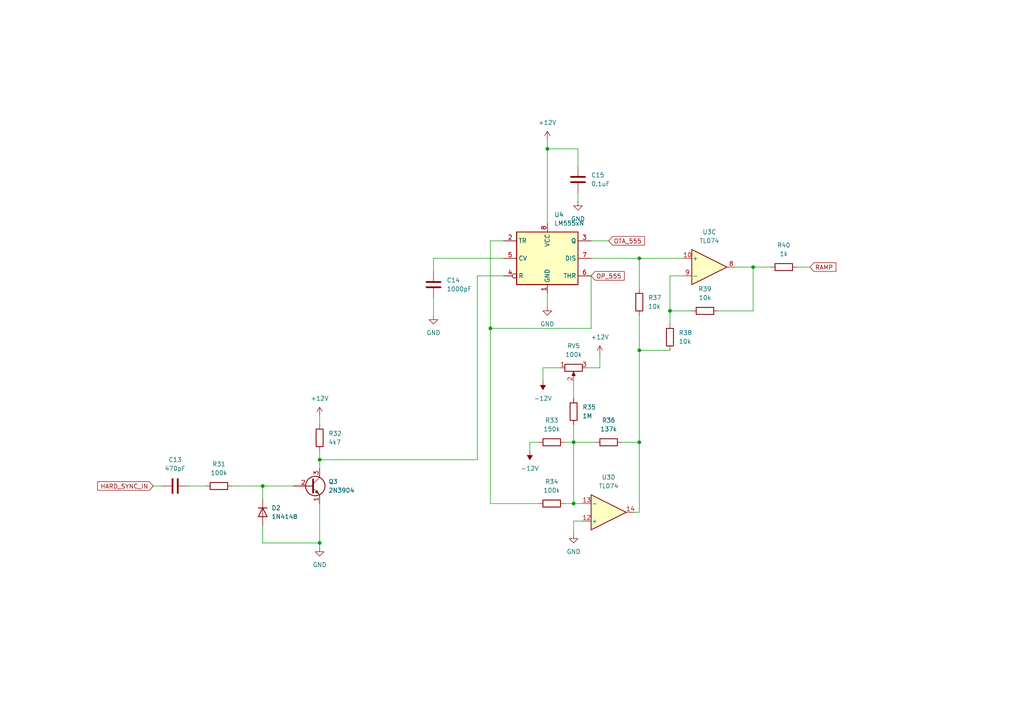
<source format=kicad_sch>
(kicad_sch (version 20211123) (generator eeschema)

  (uuid 8e0d124d-9144-4bdd-87a6-eb442bcc21e1)

  (paper "A4")

  (lib_symbols
    (symbol "Amplifier_Operational:TL074" (pin_names (offset 0.127)) (in_bom yes) (on_board yes)
      (property "Reference" "U" (id 0) (at 0 5.08 0)
        (effects (font (size 1.27 1.27)) (justify left))
      )
      (property "Value" "TL074" (id 1) (at 0 -5.08 0)
        (effects (font (size 1.27 1.27)) (justify left))
      )
      (property "Footprint" "" (id 2) (at -1.27 2.54 0)
        (effects (font (size 1.27 1.27)) hide)
      )
      (property "Datasheet" "http://www.ti.com/lit/ds/symlink/tl071.pdf" (id 3) (at 1.27 5.08 0)
        (effects (font (size 1.27 1.27)) hide)
      )
      (property "ki_locked" "" (id 4) (at 0 0 0)
        (effects (font (size 1.27 1.27)))
      )
      (property "ki_keywords" "quad opamp" (id 5) (at 0 0 0)
        (effects (font (size 1.27 1.27)) hide)
      )
      (property "ki_description" "Quad Low-Noise JFET-Input Operational Amplifiers, DIP-14/SOIC-14" (id 6) (at 0 0 0)
        (effects (font (size 1.27 1.27)) hide)
      )
      (property "ki_fp_filters" "SOIC*3.9x8.7mm*P1.27mm* DIP*W7.62mm* TSSOP*4.4x5mm*P0.65mm* SSOP*5.3x6.2mm*P0.65mm* MSOP*3x3mm*P0.5mm*" (id 7) (at 0 0 0)
        (effects (font (size 1.27 1.27)) hide)
      )
      (symbol "TL074_1_1"
        (polyline
          (pts
            (xy -5.08 5.08)
            (xy 5.08 0)
            (xy -5.08 -5.08)
            (xy -5.08 5.08)
          )
          (stroke (width 0.254) (type default) (color 0 0 0 0))
          (fill (type background))
        )
        (pin output line (at 7.62 0 180) (length 2.54)
          (name "~" (effects (font (size 1.27 1.27))))
          (number "1" (effects (font (size 1.27 1.27))))
        )
        (pin input line (at -7.62 -2.54 0) (length 2.54)
          (name "-" (effects (font (size 1.27 1.27))))
          (number "2" (effects (font (size 1.27 1.27))))
        )
        (pin input line (at -7.62 2.54 0) (length 2.54)
          (name "+" (effects (font (size 1.27 1.27))))
          (number "3" (effects (font (size 1.27 1.27))))
        )
      )
      (symbol "TL074_2_1"
        (polyline
          (pts
            (xy -5.08 5.08)
            (xy 5.08 0)
            (xy -5.08 -5.08)
            (xy -5.08 5.08)
          )
          (stroke (width 0.254) (type default) (color 0 0 0 0))
          (fill (type background))
        )
        (pin input line (at -7.62 2.54 0) (length 2.54)
          (name "+" (effects (font (size 1.27 1.27))))
          (number "5" (effects (font (size 1.27 1.27))))
        )
        (pin input line (at -7.62 -2.54 0) (length 2.54)
          (name "-" (effects (font (size 1.27 1.27))))
          (number "6" (effects (font (size 1.27 1.27))))
        )
        (pin output line (at 7.62 0 180) (length 2.54)
          (name "~" (effects (font (size 1.27 1.27))))
          (number "7" (effects (font (size 1.27 1.27))))
        )
      )
      (symbol "TL074_3_1"
        (polyline
          (pts
            (xy -5.08 5.08)
            (xy 5.08 0)
            (xy -5.08 -5.08)
            (xy -5.08 5.08)
          )
          (stroke (width 0.254) (type default) (color 0 0 0 0))
          (fill (type background))
        )
        (pin input line (at -7.62 2.54 0) (length 2.54)
          (name "+" (effects (font (size 1.27 1.27))))
          (number "10" (effects (font (size 1.27 1.27))))
        )
        (pin output line (at 7.62 0 180) (length 2.54)
          (name "~" (effects (font (size 1.27 1.27))))
          (number "8" (effects (font (size 1.27 1.27))))
        )
        (pin input line (at -7.62 -2.54 0) (length 2.54)
          (name "-" (effects (font (size 1.27 1.27))))
          (number "9" (effects (font (size 1.27 1.27))))
        )
      )
      (symbol "TL074_4_1"
        (polyline
          (pts
            (xy -5.08 5.08)
            (xy 5.08 0)
            (xy -5.08 -5.08)
            (xy -5.08 5.08)
          )
          (stroke (width 0.254) (type default) (color 0 0 0 0))
          (fill (type background))
        )
        (pin input line (at -7.62 2.54 0) (length 2.54)
          (name "+" (effects (font (size 1.27 1.27))))
          (number "12" (effects (font (size 1.27 1.27))))
        )
        (pin input line (at -7.62 -2.54 0) (length 2.54)
          (name "-" (effects (font (size 1.27 1.27))))
          (number "13" (effects (font (size 1.27 1.27))))
        )
        (pin output line (at 7.62 0 180) (length 2.54)
          (name "~" (effects (font (size 1.27 1.27))))
          (number "14" (effects (font (size 1.27 1.27))))
        )
      )
      (symbol "TL074_5_1"
        (pin power_in line (at -2.54 -7.62 90) (length 3.81)
          (name "V-" (effects (font (size 1.27 1.27))))
          (number "11" (effects (font (size 1.27 1.27))))
        )
        (pin power_in line (at -2.54 7.62 270) (length 3.81)
          (name "V+" (effects (font (size 1.27 1.27))))
          (number "4" (effects (font (size 1.27 1.27))))
        )
      )
    )
    (symbol "Device:C" (pin_numbers hide) (pin_names (offset 0.254)) (in_bom yes) (on_board yes)
      (property "Reference" "C" (id 0) (at 0.635 2.54 0)
        (effects (font (size 1.27 1.27)) (justify left))
      )
      (property "Value" "C" (id 1) (at 0.635 -2.54 0)
        (effects (font (size 1.27 1.27)) (justify left))
      )
      (property "Footprint" "" (id 2) (at 0.9652 -3.81 0)
        (effects (font (size 1.27 1.27)) hide)
      )
      (property "Datasheet" "~" (id 3) (at 0 0 0)
        (effects (font (size 1.27 1.27)) hide)
      )
      (property "ki_keywords" "cap capacitor" (id 4) (at 0 0 0)
        (effects (font (size 1.27 1.27)) hide)
      )
      (property "ki_description" "Unpolarized capacitor" (id 5) (at 0 0 0)
        (effects (font (size 1.27 1.27)) hide)
      )
      (property "ki_fp_filters" "C_*" (id 6) (at 0 0 0)
        (effects (font (size 1.27 1.27)) hide)
      )
      (symbol "C_0_1"
        (polyline
          (pts
            (xy -2.032 -0.762)
            (xy 2.032 -0.762)
          )
          (stroke (width 0.508) (type default) (color 0 0 0 0))
          (fill (type none))
        )
        (polyline
          (pts
            (xy -2.032 0.762)
            (xy 2.032 0.762)
          )
          (stroke (width 0.508) (type default) (color 0 0 0 0))
          (fill (type none))
        )
      )
      (symbol "C_1_1"
        (pin passive line (at 0 3.81 270) (length 2.794)
          (name "~" (effects (font (size 1.27 1.27))))
          (number "1" (effects (font (size 1.27 1.27))))
        )
        (pin passive line (at 0 -3.81 90) (length 2.794)
          (name "~" (effects (font (size 1.27 1.27))))
          (number "2" (effects (font (size 1.27 1.27))))
        )
      )
    )
    (symbol "Device:R" (pin_numbers hide) (pin_names (offset 0)) (in_bom yes) (on_board yes)
      (property "Reference" "R" (id 0) (at 2.032 0 90)
        (effects (font (size 1.27 1.27)))
      )
      (property "Value" "R" (id 1) (at 0 0 90)
        (effects (font (size 1.27 1.27)))
      )
      (property "Footprint" "" (id 2) (at -1.778 0 90)
        (effects (font (size 1.27 1.27)) hide)
      )
      (property "Datasheet" "~" (id 3) (at 0 0 0)
        (effects (font (size 1.27 1.27)) hide)
      )
      (property "ki_keywords" "R res resistor" (id 4) (at 0 0 0)
        (effects (font (size 1.27 1.27)) hide)
      )
      (property "ki_description" "Resistor" (id 5) (at 0 0 0)
        (effects (font (size 1.27 1.27)) hide)
      )
      (property "ki_fp_filters" "R_*" (id 6) (at 0 0 0)
        (effects (font (size 1.27 1.27)) hide)
      )
      (symbol "R_0_1"
        (rectangle (start -1.016 -2.54) (end 1.016 2.54)
          (stroke (width 0.254) (type default) (color 0 0 0 0))
          (fill (type none))
        )
      )
      (symbol "R_1_1"
        (pin passive line (at 0 3.81 270) (length 1.27)
          (name "~" (effects (font (size 1.27 1.27))))
          (number "1" (effects (font (size 1.27 1.27))))
        )
        (pin passive line (at 0 -3.81 90) (length 1.27)
          (name "~" (effects (font (size 1.27 1.27))))
          (number "2" (effects (font (size 1.27 1.27))))
        )
      )
    )
    (symbol "Device:R_Potentiometer" (pin_names (offset 1.016) hide) (in_bom yes) (on_board yes)
      (property "Reference" "RV" (id 0) (at -4.445 0 90)
        (effects (font (size 1.27 1.27)))
      )
      (property "Value" "R_Potentiometer" (id 1) (at -2.54 0 90)
        (effects (font (size 1.27 1.27)))
      )
      (property "Footprint" "" (id 2) (at 0 0 0)
        (effects (font (size 1.27 1.27)) hide)
      )
      (property "Datasheet" "~" (id 3) (at 0 0 0)
        (effects (font (size 1.27 1.27)) hide)
      )
      (property "ki_keywords" "resistor variable" (id 4) (at 0 0 0)
        (effects (font (size 1.27 1.27)) hide)
      )
      (property "ki_description" "Potentiometer" (id 5) (at 0 0 0)
        (effects (font (size 1.27 1.27)) hide)
      )
      (property "ki_fp_filters" "Potentiometer*" (id 6) (at 0 0 0)
        (effects (font (size 1.27 1.27)) hide)
      )
      (symbol "R_Potentiometer_0_1"
        (polyline
          (pts
            (xy 2.54 0)
            (xy 1.524 0)
          )
          (stroke (width 0) (type default) (color 0 0 0 0))
          (fill (type none))
        )
        (polyline
          (pts
            (xy 1.143 0)
            (xy 2.286 0.508)
            (xy 2.286 -0.508)
            (xy 1.143 0)
          )
          (stroke (width 0) (type default) (color 0 0 0 0))
          (fill (type outline))
        )
        (rectangle (start 1.016 2.54) (end -1.016 -2.54)
          (stroke (width 0.254) (type default) (color 0 0 0 0))
          (fill (type none))
        )
      )
      (symbol "R_Potentiometer_1_1"
        (pin passive line (at 0 3.81 270) (length 1.27)
          (name "1" (effects (font (size 1.27 1.27))))
          (number "1" (effects (font (size 1.27 1.27))))
        )
        (pin passive line (at 3.81 0 180) (length 1.27)
          (name "2" (effects (font (size 1.27 1.27))))
          (number "2" (effects (font (size 1.27 1.27))))
        )
        (pin passive line (at 0 -3.81 90) (length 1.27)
          (name "3" (effects (font (size 1.27 1.27))))
          (number "3" (effects (font (size 1.27 1.27))))
        )
      )
    )
    (symbol "Diode:1N4148" (pin_numbers hide) (pin_names (offset 1.016) hide) (in_bom yes) (on_board yes)
      (property "Reference" "D" (id 0) (at 0 2.54 0)
        (effects (font (size 1.27 1.27)))
      )
      (property "Value" "1N4148" (id 1) (at 0 -2.54 0)
        (effects (font (size 1.27 1.27)))
      )
      (property "Footprint" "Diode_THT:D_DO-35_SOD27_P7.62mm_Horizontal" (id 2) (at 0 -4.445 0)
        (effects (font (size 1.27 1.27)) hide)
      )
      (property "Datasheet" "https://assets.nexperia.com/documents/data-sheet/1N4148_1N4448.pdf" (id 3) (at 0 0 0)
        (effects (font (size 1.27 1.27)) hide)
      )
      (property "ki_keywords" "diode" (id 4) (at 0 0 0)
        (effects (font (size 1.27 1.27)) hide)
      )
      (property "ki_description" "100V 0.15A standard switching diode, DO-35" (id 5) (at 0 0 0)
        (effects (font (size 1.27 1.27)) hide)
      )
      (property "ki_fp_filters" "D*DO?35*" (id 6) (at 0 0 0)
        (effects (font (size 1.27 1.27)) hide)
      )
      (symbol "1N4148_0_1"
        (polyline
          (pts
            (xy -1.27 1.27)
            (xy -1.27 -1.27)
          )
          (stroke (width 0.254) (type default) (color 0 0 0 0))
          (fill (type none))
        )
        (polyline
          (pts
            (xy 1.27 0)
            (xy -1.27 0)
          )
          (stroke (width 0) (type default) (color 0 0 0 0))
          (fill (type none))
        )
        (polyline
          (pts
            (xy 1.27 1.27)
            (xy 1.27 -1.27)
            (xy -1.27 0)
            (xy 1.27 1.27)
          )
          (stroke (width 0.254) (type default) (color 0 0 0 0))
          (fill (type none))
        )
      )
      (symbol "1N4148_1_1"
        (pin passive line (at -3.81 0 0) (length 2.54)
          (name "K" (effects (font (size 1.27 1.27))))
          (number "1" (effects (font (size 1.27 1.27))))
        )
        (pin passive line (at 3.81 0 180) (length 2.54)
          (name "A" (effects (font (size 1.27 1.27))))
          (number "2" (effects (font (size 1.27 1.27))))
        )
      )
    )
    (symbol "Timer:LM555xN" (in_bom yes) (on_board yes)
      (property "Reference" "U" (id 0) (at -10.16 8.89 0)
        (effects (font (size 1.27 1.27)) (justify left))
      )
      (property "Value" "LM555xN" (id 1) (at 2.54 8.89 0)
        (effects (font (size 1.27 1.27)) (justify left))
      )
      (property "Footprint" "Package_DIP:DIP-8_W7.62mm" (id 2) (at 16.51 -10.16 0)
        (effects (font (size 1.27 1.27)) hide)
      )
      (property "Datasheet" "http://www.ti.com/lit/ds/symlink/lm555.pdf" (id 3) (at 21.59 -10.16 0)
        (effects (font (size 1.27 1.27)) hide)
      )
      (property "ki_keywords" "single timer 555" (id 4) (at 0 0 0)
        (effects (font (size 1.27 1.27)) hide)
      )
      (property "ki_description" "Timer, 555 compatible, PDIP-8" (id 5) (at 0 0 0)
        (effects (font (size 1.27 1.27)) hide)
      )
      (property "ki_fp_filters" "DIP*W7.62mm*" (id 6) (at 0 0 0)
        (effects (font (size 1.27 1.27)) hide)
      )
      (symbol "LM555xN_0_0"
        (pin power_in line (at 0 -10.16 90) (length 2.54)
          (name "GND" (effects (font (size 1.27 1.27))))
          (number "1" (effects (font (size 1.27 1.27))))
        )
        (pin power_in line (at 0 10.16 270) (length 2.54)
          (name "VCC" (effects (font (size 1.27 1.27))))
          (number "8" (effects (font (size 1.27 1.27))))
        )
      )
      (symbol "LM555xN_0_1"
        (rectangle (start -8.89 -7.62) (end 8.89 7.62)
          (stroke (width 0.254) (type default) (color 0 0 0 0))
          (fill (type background))
        )
        (rectangle (start -8.89 -7.62) (end 8.89 7.62)
          (stroke (width 0.254) (type default) (color 0 0 0 0))
          (fill (type background))
        )
      )
      (symbol "LM555xN_1_1"
        (pin input line (at -12.7 5.08 0) (length 3.81)
          (name "TR" (effects (font (size 1.27 1.27))))
          (number "2" (effects (font (size 1.27 1.27))))
        )
        (pin output line (at 12.7 5.08 180) (length 3.81)
          (name "Q" (effects (font (size 1.27 1.27))))
          (number "3" (effects (font (size 1.27 1.27))))
        )
        (pin input inverted (at -12.7 -5.08 0) (length 3.81)
          (name "R" (effects (font (size 1.27 1.27))))
          (number "4" (effects (font (size 1.27 1.27))))
        )
        (pin input line (at -12.7 0 0) (length 3.81)
          (name "CV" (effects (font (size 1.27 1.27))))
          (number "5" (effects (font (size 1.27 1.27))))
        )
        (pin input line (at 12.7 -5.08 180) (length 3.81)
          (name "THR" (effects (font (size 1.27 1.27))))
          (number "6" (effects (font (size 1.27 1.27))))
        )
        (pin input line (at 12.7 0 180) (length 3.81)
          (name "DIS" (effects (font (size 1.27 1.27))))
          (number "7" (effects (font (size 1.27 1.27))))
        )
      )
    )
    (symbol "Transistor_BJT:2N3904" (pin_names (offset 0) hide) (in_bom yes) (on_board yes)
      (property "Reference" "Q" (id 0) (at 5.08 1.905 0)
        (effects (font (size 1.27 1.27)) (justify left))
      )
      (property "Value" "2N3904" (id 1) (at 5.08 0 0)
        (effects (font (size 1.27 1.27)) (justify left))
      )
      (property "Footprint" "Package_TO_SOT_THT:TO-92_Inline" (id 2) (at 5.08 -1.905 0)
        (effects (font (size 1.27 1.27) italic) (justify left) hide)
      )
      (property "Datasheet" "https://www.onsemi.com/pub/Collateral/2N3903-D.PDF" (id 3) (at 0 0 0)
        (effects (font (size 1.27 1.27)) (justify left) hide)
      )
      (property "ki_keywords" "NPN Transistor" (id 4) (at 0 0 0)
        (effects (font (size 1.27 1.27)) hide)
      )
      (property "ki_description" "0.2A Ic, 40V Vce, Small Signal NPN Transistor, TO-92" (id 5) (at 0 0 0)
        (effects (font (size 1.27 1.27)) hide)
      )
      (property "ki_fp_filters" "TO?92*" (id 6) (at 0 0 0)
        (effects (font (size 1.27 1.27)) hide)
      )
      (symbol "2N3904_0_1"
        (polyline
          (pts
            (xy 0.635 0.635)
            (xy 2.54 2.54)
          )
          (stroke (width 0) (type default) (color 0 0 0 0))
          (fill (type none))
        )
        (polyline
          (pts
            (xy 0.635 -0.635)
            (xy 2.54 -2.54)
            (xy 2.54 -2.54)
          )
          (stroke (width 0) (type default) (color 0 0 0 0))
          (fill (type none))
        )
        (polyline
          (pts
            (xy 0.635 1.905)
            (xy 0.635 -1.905)
            (xy 0.635 -1.905)
          )
          (stroke (width 0.508) (type default) (color 0 0 0 0))
          (fill (type none))
        )
        (polyline
          (pts
            (xy 1.27 -1.778)
            (xy 1.778 -1.27)
            (xy 2.286 -2.286)
            (xy 1.27 -1.778)
            (xy 1.27 -1.778)
          )
          (stroke (width 0) (type default) (color 0 0 0 0))
          (fill (type outline))
        )
        (circle (center 1.27 0) (radius 2.8194)
          (stroke (width 0.254) (type default) (color 0 0 0 0))
          (fill (type none))
        )
      )
      (symbol "2N3904_1_1"
        (pin passive line (at 2.54 -5.08 90) (length 2.54)
          (name "E" (effects (font (size 1.27 1.27))))
          (number "1" (effects (font (size 1.27 1.27))))
        )
        (pin passive line (at -5.08 0 0) (length 5.715)
          (name "B" (effects (font (size 1.27 1.27))))
          (number "2" (effects (font (size 1.27 1.27))))
        )
        (pin passive line (at 2.54 5.08 270) (length 2.54)
          (name "C" (effects (font (size 1.27 1.27))))
          (number "3" (effects (font (size 1.27 1.27))))
        )
      )
    )
    (symbol "power:+12V" (power) (pin_names (offset 0)) (in_bom yes) (on_board yes)
      (property "Reference" "#PWR" (id 0) (at 0 -3.81 0)
        (effects (font (size 1.27 1.27)) hide)
      )
      (property "Value" "+12V" (id 1) (at 0 3.556 0)
        (effects (font (size 1.27 1.27)))
      )
      (property "Footprint" "" (id 2) (at 0 0 0)
        (effects (font (size 1.27 1.27)) hide)
      )
      (property "Datasheet" "" (id 3) (at 0 0 0)
        (effects (font (size 1.27 1.27)) hide)
      )
      (property "ki_keywords" "power-flag" (id 4) (at 0 0 0)
        (effects (font (size 1.27 1.27)) hide)
      )
      (property "ki_description" "Power symbol creates a global label with name \"+12V\"" (id 5) (at 0 0 0)
        (effects (font (size 1.27 1.27)) hide)
      )
      (symbol "+12V_0_1"
        (polyline
          (pts
            (xy -0.762 1.27)
            (xy 0 2.54)
          )
          (stroke (width 0) (type default) (color 0 0 0 0))
          (fill (type none))
        )
        (polyline
          (pts
            (xy 0 0)
            (xy 0 2.54)
          )
          (stroke (width 0) (type default) (color 0 0 0 0))
          (fill (type none))
        )
        (polyline
          (pts
            (xy 0 2.54)
            (xy 0.762 1.27)
          )
          (stroke (width 0) (type default) (color 0 0 0 0))
          (fill (type none))
        )
      )
      (symbol "+12V_1_1"
        (pin power_in line (at 0 0 90) (length 0) hide
          (name "+12V" (effects (font (size 1.27 1.27))))
          (number "1" (effects (font (size 1.27 1.27))))
        )
      )
    )
    (symbol "power:-12V" (power) (pin_names (offset 0)) (in_bom yes) (on_board yes)
      (property "Reference" "#PWR" (id 0) (at 0 2.54 0)
        (effects (font (size 1.27 1.27)) hide)
      )
      (property "Value" "-12V" (id 1) (at 0 3.81 0)
        (effects (font (size 1.27 1.27)))
      )
      (property "Footprint" "" (id 2) (at 0 0 0)
        (effects (font (size 1.27 1.27)) hide)
      )
      (property "Datasheet" "" (id 3) (at 0 0 0)
        (effects (font (size 1.27 1.27)) hide)
      )
      (property "ki_keywords" "power-flag" (id 4) (at 0 0 0)
        (effects (font (size 1.27 1.27)) hide)
      )
      (property "ki_description" "Power symbol creates a global label with name \"-12V\"" (id 5) (at 0 0 0)
        (effects (font (size 1.27 1.27)) hide)
      )
      (symbol "-12V_0_0"
        (pin power_in line (at 0 0 90) (length 0) hide
          (name "-12V" (effects (font (size 1.27 1.27))))
          (number "1" (effects (font (size 1.27 1.27))))
        )
      )
      (symbol "-12V_0_1"
        (polyline
          (pts
            (xy 0 0)
            (xy 0 1.27)
            (xy 0.762 1.27)
            (xy 0 2.54)
            (xy -0.762 1.27)
            (xy 0 1.27)
          )
          (stroke (width 0) (type default) (color 0 0 0 0))
          (fill (type outline))
        )
      )
    )
    (symbol "power:GND" (power) (pin_names (offset 0)) (in_bom yes) (on_board yes)
      (property "Reference" "#PWR" (id 0) (at 0 -6.35 0)
        (effects (font (size 1.27 1.27)) hide)
      )
      (property "Value" "GND" (id 1) (at 0 -3.81 0)
        (effects (font (size 1.27 1.27)))
      )
      (property "Footprint" "" (id 2) (at 0 0 0)
        (effects (font (size 1.27 1.27)) hide)
      )
      (property "Datasheet" "" (id 3) (at 0 0 0)
        (effects (font (size 1.27 1.27)) hide)
      )
      (property "ki_keywords" "power-flag" (id 4) (at 0 0 0)
        (effects (font (size 1.27 1.27)) hide)
      )
      (property "ki_description" "Power symbol creates a global label with name \"GND\" , ground" (id 5) (at 0 0 0)
        (effects (font (size 1.27 1.27)) hide)
      )
      (symbol "GND_0_1"
        (polyline
          (pts
            (xy 0 0)
            (xy 0 -1.27)
            (xy 1.27 -1.27)
            (xy 0 -2.54)
            (xy -1.27 -1.27)
            (xy 0 -1.27)
          )
          (stroke (width 0) (type default) (color 0 0 0 0))
          (fill (type none))
        )
      )
      (symbol "GND_1_1"
        (pin power_in line (at 0 0 270) (length 0) hide
          (name "GND" (effects (font (size 1.27 1.27))))
          (number "1" (effects (font (size 1.27 1.27))))
        )
      )
    )
  )

  (junction (at 185.42 101.6) (diameter 0) (color 0 0 0 0)
    (uuid 178094e2-0c23-4fe6-b391-0d2bc40a6a84)
  )
  (junction (at 194.31 90.17) (diameter 0) (color 0 0 0 0)
    (uuid 1eb49b1d-bb56-48b8-9b75-11c3fe8354b7)
  )
  (junction (at 76.2 140.97) (diameter 0) (color 0 0 0 0)
    (uuid 33753c51-3bb5-4285-83ef-8553c38c5349)
  )
  (junction (at 185.42 128.27) (diameter 0) (color 0 0 0 0)
    (uuid 52c3afc0-891a-401c-90c6-44d9ecac4ae4)
  )
  (junction (at 185.42 74.93) (diameter 0) (color 0 0 0 0)
    (uuid 574c94fb-b725-42e9-8eeb-581a1451e656)
  )
  (junction (at 92.71 133.35) (diameter 0) (color 0 0 0 0)
    (uuid 720af66d-18e7-47e6-a5bd-24c9bfefa567)
  )
  (junction (at 218.44 77.47) (diameter 0) (color 0 0 0 0)
    (uuid 8af66cb3-6285-4042-9840-268a8f3dcf79)
  )
  (junction (at 166.37 146.05) (diameter 0) (color 0 0 0 0)
    (uuid 9bf6ff43-08dc-4832-b1fb-0fe40e719d02)
  )
  (junction (at 142.24 95.25) (diameter 0) (color 0 0 0 0)
    (uuid b2a9b6dc-2e1b-4b67-b991-20c4bf9be9f7)
  )
  (junction (at 158.75 43.18) (diameter 0) (color 0 0 0 0)
    (uuid c2b476ce-32a0-48dc-82c0-07642641f60d)
  )
  (junction (at 92.71 157.48) (diameter 0) (color 0 0 0 0)
    (uuid f04b0973-4c42-4098-9100-57597bf8d6ba)
  )
  (junction (at 166.37 128.27) (diameter 0) (color 0 0 0 0)
    (uuid f8362003-8d92-4d55-b82e-ac1868a19c22)
  )

  (wire (pts (xy 167.64 55.88) (xy 167.64 58.42))
    (stroke (width 0) (type default) (color 0 0 0 0))
    (uuid 0169d573-fd83-4526-a91c-5860564c2844)
  )
  (wire (pts (xy 163.83 128.27) (xy 166.37 128.27))
    (stroke (width 0) (type default) (color 0 0 0 0))
    (uuid 0450ae7c-5b1a-4aed-9537-78f33aa1d46c)
  )
  (wire (pts (xy 180.34 128.27) (xy 185.42 128.27))
    (stroke (width 0) (type default) (color 0 0 0 0))
    (uuid 048493db-118a-418c-8ca7-25866672302d)
  )
  (wire (pts (xy 76.2 152.4) (xy 76.2 157.48))
    (stroke (width 0) (type default) (color 0 0 0 0))
    (uuid 0485d606-3b58-4843-8833-38b876f62123)
  )
  (wire (pts (xy 194.31 80.01) (xy 198.12 80.01))
    (stroke (width 0) (type default) (color 0 0 0 0))
    (uuid 08993ccd-5c36-4dac-b3e7-3529f9a36551)
  )
  (wire (pts (xy 153.67 128.27) (xy 156.21 128.27))
    (stroke (width 0) (type default) (color 0 0 0 0))
    (uuid 092a50a5-f97e-42e1-b343-a441da3cbe1f)
  )
  (wire (pts (xy 171.45 95.25) (xy 142.24 95.25))
    (stroke (width 0) (type default) (color 0 0 0 0))
    (uuid 09fcdddf-5adf-46f8-b3f7-d479dbe2bf0a)
  )
  (wire (pts (xy 142.24 95.25) (xy 142.24 69.85))
    (stroke (width 0) (type default) (color 0 0 0 0))
    (uuid 11961b10-f296-43c5-8133-bc0433767114)
  )
  (wire (pts (xy 167.64 43.18) (xy 158.75 43.18))
    (stroke (width 0) (type default) (color 0 0 0 0))
    (uuid 14c8efac-1220-467c-aca4-c8d346c00534)
  )
  (wire (pts (xy 142.24 69.85) (xy 146.05 69.85))
    (stroke (width 0) (type default) (color 0 0 0 0))
    (uuid 17ee0ef7-089a-41ed-9b79-a6b07b7a6532)
  )
  (wire (pts (xy 194.31 90.17) (xy 194.31 80.01))
    (stroke (width 0) (type default) (color 0 0 0 0))
    (uuid 1cf08b90-aaeb-406a-8366-665c9b0a91c2)
  )
  (wire (pts (xy 76.2 144.78) (xy 76.2 140.97))
    (stroke (width 0) (type default) (color 0 0 0 0))
    (uuid 1d795559-d96c-4462-adf1-5dbdfc3d87c2)
  )
  (wire (pts (xy 173.99 106.68) (xy 173.99 102.87))
    (stroke (width 0) (type default) (color 0 0 0 0))
    (uuid 2067cf54-68aa-4386-9777-f401e250547e)
  )
  (wire (pts (xy 163.83 146.05) (xy 166.37 146.05))
    (stroke (width 0) (type default) (color 0 0 0 0))
    (uuid 2590ce7f-bf42-42c3-906c-d863dc8f6f7e)
  )
  (wire (pts (xy 166.37 146.05) (xy 168.91 146.05))
    (stroke (width 0) (type default) (color 0 0 0 0))
    (uuid 28b668b8-2353-40eb-8780-fa323249240d)
  )
  (wire (pts (xy 92.71 133.35) (xy 92.71 135.89))
    (stroke (width 0) (type default) (color 0 0 0 0))
    (uuid 29a9da28-e37b-4298-9853-fe674a7491a1)
  )
  (wire (pts (xy 92.71 133.35) (xy 138.43 133.35))
    (stroke (width 0) (type default) (color 0 0 0 0))
    (uuid 29bdaed8-3913-43d5-99e1-126faa0a7dfc)
  )
  (wire (pts (xy 166.37 154.94) (xy 166.37 151.13))
    (stroke (width 0) (type default) (color 0 0 0 0))
    (uuid 2d5445a4-8f2f-42e6-8d1e-856824e16eeb)
  )
  (wire (pts (xy 166.37 128.27) (xy 172.72 128.27))
    (stroke (width 0) (type default) (color 0 0 0 0))
    (uuid 2f54e3ef-e2fb-4f46-adc4-a14ab3c486d6)
  )
  (wire (pts (xy 185.42 128.27) (xy 185.42 101.6))
    (stroke (width 0) (type default) (color 0 0 0 0))
    (uuid 37a0e859-cd69-4dab-91cb-b437bde2c819)
  )
  (wire (pts (xy 166.37 123.19) (xy 166.37 128.27))
    (stroke (width 0) (type default) (color 0 0 0 0))
    (uuid 3a3f5065-e59c-4c61-89d2-3b969f2d2b61)
  )
  (wire (pts (xy 142.24 146.05) (xy 142.24 95.25))
    (stroke (width 0) (type default) (color 0 0 0 0))
    (uuid 535101d7-0fc2-42ff-a7cd-c3ac401a7e27)
  )
  (wire (pts (xy 125.73 86.36) (xy 125.73 91.44))
    (stroke (width 0) (type default) (color 0 0 0 0))
    (uuid 5575c326-33f2-4077-96bc-f8cab0387c8a)
  )
  (wire (pts (xy 176.53 69.85) (xy 171.45 69.85))
    (stroke (width 0) (type default) (color 0 0 0 0))
    (uuid 5b172a8a-6b8c-40a0-9911-d55f60c886f9)
  )
  (wire (pts (xy 208.28 90.17) (xy 218.44 90.17))
    (stroke (width 0) (type default) (color 0 0 0 0))
    (uuid 5cc99687-07dd-485d-be7e-3ecc9a02480f)
  )
  (wire (pts (xy 218.44 77.47) (xy 223.52 77.47))
    (stroke (width 0) (type default) (color 0 0 0 0))
    (uuid 605ad943-f151-472d-ad9c-730753676ade)
  )
  (wire (pts (xy 92.71 146.05) (xy 92.71 157.48))
    (stroke (width 0) (type default) (color 0 0 0 0))
    (uuid 6303921a-9791-416f-8e06-b38b1a70cc38)
  )
  (wire (pts (xy 166.37 110.49) (xy 166.37 115.57))
    (stroke (width 0) (type default) (color 0 0 0 0))
    (uuid 63add1f2-c25b-4f0f-8dd3-3c5da162fe8a)
  )
  (wire (pts (xy 185.42 148.59) (xy 185.42 128.27))
    (stroke (width 0) (type default) (color 0 0 0 0))
    (uuid 6699b779-5057-4098-ac28-f255970d4974)
  )
  (wire (pts (xy 76.2 140.97) (xy 85.09 140.97))
    (stroke (width 0) (type default) (color 0 0 0 0))
    (uuid 6b57996e-0394-4abb-8294-d7f820f3b87a)
  )
  (wire (pts (xy 76.2 157.48) (xy 92.71 157.48))
    (stroke (width 0) (type default) (color 0 0 0 0))
    (uuid 771b797b-be0a-41bd-a086-452323741308)
  )
  (wire (pts (xy 167.64 48.26) (xy 167.64 43.18))
    (stroke (width 0) (type default) (color 0 0 0 0))
    (uuid 79d20c68-fcfb-4a10-a570-8af67134bfb9)
  )
  (wire (pts (xy 67.31 140.97) (xy 76.2 140.97))
    (stroke (width 0) (type default) (color 0 0 0 0))
    (uuid 7db96239-4fcb-4456-a88f-8fb4c31d3f95)
  )
  (wire (pts (xy 92.71 120.65) (xy 92.71 123.19))
    (stroke (width 0) (type default) (color 0 0 0 0))
    (uuid 7ef970fa-9f12-4125-878f-28ba56d96bc8)
  )
  (wire (pts (xy 158.75 43.18) (xy 158.75 64.77))
    (stroke (width 0) (type default) (color 0 0 0 0))
    (uuid 83ee593a-5e1b-40ff-ba66-3e2da5065d79)
  )
  (wire (pts (xy 185.42 91.44) (xy 185.42 101.6))
    (stroke (width 0) (type default) (color 0 0 0 0))
    (uuid 8966100f-8ad0-44a7-a05f-9f3c924d07cf)
  )
  (wire (pts (xy 156.21 146.05) (xy 142.24 146.05))
    (stroke (width 0) (type default) (color 0 0 0 0))
    (uuid 8a858b64-2ca8-4e19-aec3-005f5322104c)
  )
  (wire (pts (xy 146.05 80.01) (xy 138.43 80.01))
    (stroke (width 0) (type default) (color 0 0 0 0))
    (uuid 8a955aa1-4415-4a39-8c55-b035a8c438a0)
  )
  (wire (pts (xy 157.48 110.49) (xy 157.48 106.68))
    (stroke (width 0) (type default) (color 0 0 0 0))
    (uuid 8b887def-8282-4e0b-9b5e-7fb9f666837c)
  )
  (wire (pts (xy 185.42 101.6) (xy 194.31 101.6))
    (stroke (width 0) (type default) (color 0 0 0 0))
    (uuid 8c4f49d1-964c-41be-b648-1ba81bd9e1ab)
  )
  (wire (pts (xy 125.73 78.74) (xy 125.73 74.93))
    (stroke (width 0) (type default) (color 0 0 0 0))
    (uuid 9138487c-3b36-4bfe-a251-7bb065ec6a99)
  )
  (wire (pts (xy 184.15 148.59) (xy 185.42 148.59))
    (stroke (width 0) (type default) (color 0 0 0 0))
    (uuid 97de8d7a-2c0b-451b-96ad-d0fa3c26ea1c)
  )
  (wire (pts (xy 218.44 90.17) (xy 218.44 77.47))
    (stroke (width 0) (type default) (color 0 0 0 0))
    (uuid 9cce7634-b389-4fc7-b18e-47677fd50894)
  )
  (wire (pts (xy 92.71 130.81) (xy 92.71 133.35))
    (stroke (width 0) (type default) (color 0 0 0 0))
    (uuid 9db5eefd-0eb8-49c8-82ab-c1b1cbeb479f)
  )
  (wire (pts (xy 158.75 85.09) (xy 158.75 88.9))
    (stroke (width 0) (type default) (color 0 0 0 0))
    (uuid 9ddfaf1d-045a-4fd9-8261-2088d833083f)
  )
  (wire (pts (xy 166.37 128.27) (xy 166.37 146.05))
    (stroke (width 0) (type default) (color 0 0 0 0))
    (uuid 9f2cbd17-a446-4055-8666-cadc9660efd0)
  )
  (wire (pts (xy 44.45 140.97) (xy 46.99 140.97))
    (stroke (width 0) (type default) (color 0 0 0 0))
    (uuid a34cfbd4-2db5-40e0-9237-be7ce459464a)
  )
  (wire (pts (xy 171.45 74.93) (xy 185.42 74.93))
    (stroke (width 0) (type default) (color 0 0 0 0))
    (uuid a39548b0-56ce-485d-af71-8094fe294f1d)
  )
  (wire (pts (xy 185.42 74.93) (xy 185.42 83.82))
    (stroke (width 0) (type default) (color 0 0 0 0))
    (uuid a70a676b-0b6c-4867-be8c-9c0c0b74734c)
  )
  (wire (pts (xy 213.36 77.47) (xy 218.44 77.47))
    (stroke (width 0) (type default) (color 0 0 0 0))
    (uuid a862df6d-282c-4ba2-baef-2100bc4cbd41)
  )
  (wire (pts (xy 194.31 90.17) (xy 194.31 93.98))
    (stroke (width 0) (type default) (color 0 0 0 0))
    (uuid ae3f28f8-2ea0-489a-b82d-3b5d441c7a33)
  )
  (wire (pts (xy 92.71 157.48) (xy 92.71 158.75))
    (stroke (width 0) (type default) (color 0 0 0 0))
    (uuid b589cd41-b967-4333-bae9-2b8ac8a627fe)
  )
  (wire (pts (xy 171.45 80.01) (xy 171.45 95.25))
    (stroke (width 0) (type default) (color 0 0 0 0))
    (uuid b81af705-8da7-44ab-abd9-e4392aa0acb4)
  )
  (wire (pts (xy 200.66 90.17) (xy 194.31 90.17))
    (stroke (width 0) (type default) (color 0 0 0 0))
    (uuid ba19e7bb-7403-40f5-a9fc-09fc1ecbb7ad)
  )
  (wire (pts (xy 153.67 130.81) (xy 153.67 128.27))
    (stroke (width 0) (type default) (color 0 0 0 0))
    (uuid baacc444-6814-477e-8db1-bf49df802e75)
  )
  (wire (pts (xy 158.75 40.64) (xy 158.75 43.18))
    (stroke (width 0) (type default) (color 0 0 0 0))
    (uuid c6f00b0d-459a-4731-91a0-59683c7c497c)
  )
  (wire (pts (xy 170.18 106.68) (xy 173.99 106.68))
    (stroke (width 0) (type default) (color 0 0 0 0))
    (uuid cafb67aa-e8f6-4397-a071-71928ca0af0e)
  )
  (wire (pts (xy 138.43 133.35) (xy 138.43 80.01))
    (stroke (width 0) (type default) (color 0 0 0 0))
    (uuid e4b1c49b-ea71-4a83-a8fd-c2a7c2f79c0a)
  )
  (wire (pts (xy 185.42 74.93) (xy 198.12 74.93))
    (stroke (width 0) (type default) (color 0 0 0 0))
    (uuid ec872550-cd42-4448-a16c-ba2a47a35c41)
  )
  (wire (pts (xy 125.73 74.93) (xy 146.05 74.93))
    (stroke (width 0) (type default) (color 0 0 0 0))
    (uuid ed864e16-0a0c-4eff-aa5f-056b68baac8b)
  )
  (wire (pts (xy 157.48 106.68) (xy 162.56 106.68))
    (stroke (width 0) (type default) (color 0 0 0 0))
    (uuid f0ee7b4a-0292-4f7b-8280-4f266092f26a)
  )
  (wire (pts (xy 234.95 77.47) (xy 231.14 77.47))
    (stroke (width 0) (type default) (color 0 0 0 0))
    (uuid f3cc598b-e3ae-433e-84e8-84d8a26f107e)
  )
  (wire (pts (xy 54.61 140.97) (xy 59.69 140.97))
    (stroke (width 0) (type default) (color 0 0 0 0))
    (uuid f6ade7b2-d39b-4a02-84f9-a29f6e24bdd1)
  )
  (wire (pts (xy 166.37 151.13) (xy 168.91 151.13))
    (stroke (width 0) (type default) (color 0 0 0 0))
    (uuid f7200359-5a27-460f-b4e0-2446cacafa45)
  )

  (global_label "RAMP" (shape input) (at 234.95 77.47 0) (fields_autoplaced)
    (effects (font (size 1.27 1.27)) (justify left))
    (uuid 366eb9aa-f42a-4cc5-b6c8-2e25453df43b)
    (property "Intersheet References" "${INTERSHEET_REFS}" (id 0) (at 242.4431 77.3906 0)
      (effects (font (size 1.27 1.27)) (justify left) hide)
    )
  )
  (global_label "OTA_555" (shape input) (at 176.53 69.85 0) (fields_autoplaced)
    (effects (font (size 1.27 1.27)) (justify left))
    (uuid cfdaf5a0-5316-4ffc-8785-196c9b7804b3)
    (property "Intersheet References" "${INTERSHEET_REFS}" (id 0) (at 186.926 69.7706 0)
      (effects (font (size 1.27 1.27)) (justify left) hide)
    )
  )
  (global_label "HARD_SYNC_IN" (shape input) (at 44.45 140.97 180) (fields_autoplaced)
    (effects (font (size 1.27 1.27)) (justify right))
    (uuid d4974102-a906-4fe8-b58e-ec40ffea0da5)
    (property "Intersheet References" "${INTERSHEET_REFS}" (id 0) (at 28.3088 140.8906 0)
      (effects (font (size 1.27 1.27)) (justify right) hide)
    )
  )
  (global_label "OP_555" (shape input) (at 171.45 80.01 0) (fields_autoplaced)
    (effects (font (size 1.27 1.27)) (justify left))
    (uuid fdd62ea5-4cd9-4e62-8822-e645cd20458a)
    (property "Intersheet References" "${INTERSHEET_REFS}" (id 0) (at 181.0598 79.9306 0)
      (effects (font (size 1.27 1.27)) (justify left) hide)
    )
  )

  (symbol (lib_id "Amplifier_Operational:TL074") (at 205.74 77.47 0) (unit 3)
    (in_bom yes) (on_board yes) (fields_autoplaced)
    (uuid 001c0f6a-acc0-427b-8963-16e5adf2fcf0)
    (property "Reference" "U3" (id 0) (at 205.74 67.31 0))
    (property "Value" "TL074" (id 1) (at 205.74 69.85 0))
    (property "Footprint" "" (id 2) (at 204.47 74.93 0)
      (effects (font (size 1.27 1.27)) hide)
    )
    (property "Datasheet" "http://www.ti.com/lit/ds/symlink/tl071.pdf" (id 3) (at 207.01 72.39 0)
      (effects (font (size 1.27 1.27)) hide)
    )
    (pin "1" (uuid 2e721488-2d57-46df-8a30-d88b2b3c67dc))
    (pin "2" (uuid 2d9ad52d-db0c-4965-89c5-668f5893d5c8))
    (pin "3" (uuid 035a8877-3a94-4e1b-9b0c-bad098d180f4))
    (pin "5" (uuid 20c40cb8-acb2-4970-8c41-3c1b77b63325))
    (pin "6" (uuid 6368ea5b-9b95-43c5-919c-0d7f7ed95817))
    (pin "7" (uuid 65910bfd-c789-4aad-823c-3806fdb51d57))
    (pin "10" (uuid df0e53e6-d1c5-4741-b6dc-d54b17eb3e7c))
    (pin "8" (uuid e22225f1-00f3-4763-8972-7376eec38b7b))
    (pin "9" (uuid 0918380b-f7b2-486d-ae6b-64847668936f))
    (pin "12" (uuid 9ee14242-d3fe-473d-848f-d01c45346eba))
    (pin "13" (uuid 7adac7e5-b8a0-4229-be69-468cac3b2207))
    (pin "14" (uuid ca58b8d1-dfcd-4813-8a56-0521b43a8992))
    (pin "11" (uuid 93989a22-66b0-41d5-a47d-d79455b5e693))
    (pin "4" (uuid 5030dd1e-98e5-4488-bb24-20239aa30aa9))
  )

  (symbol (lib_id "Device:R") (at 160.02 128.27 270) (unit 1)
    (in_bom yes) (on_board yes) (fields_autoplaced)
    (uuid 09254565-a769-4e73-b36d-acf185a850f9)
    (property "Reference" "R33" (id 0) (at 160.02 121.92 90))
    (property "Value" "150k" (id 1) (at 160.02 124.46 90))
    (property "Footprint" "Resistor_SMD:R_0805_2012Metric_Pad1.20x1.40mm_HandSolder" (id 2) (at 160.02 126.492 90)
      (effects (font (size 1.27 1.27)) hide)
    )
    (property "Datasheet" "~" (id 3) (at 160.02 128.27 0)
      (effects (font (size 1.27 1.27)) hide)
    )
    (pin "1" (uuid cc28c24e-38ba-4f17-b3f8-754fdae43628))
    (pin "2" (uuid 0cd8a40e-1af8-4c1e-8858-189a4d041ecd))
  )

  (symbol (lib_id "Device:R") (at 160.02 146.05 270) (unit 1)
    (in_bom yes) (on_board yes) (fields_autoplaced)
    (uuid 0da54db7-9627-4ac7-ac83-0702b5af0843)
    (property "Reference" "R34" (id 0) (at 160.02 139.7 90))
    (property "Value" "100k" (id 1) (at 160.02 142.24 90))
    (property "Footprint" "Resistor_SMD:R_0805_2012Metric_Pad1.20x1.40mm_HandSolder" (id 2) (at 160.02 144.272 90)
      (effects (font (size 1.27 1.27)) hide)
    )
    (property "Datasheet" "~" (id 3) (at 160.02 146.05 0)
      (effects (font (size 1.27 1.27)) hide)
    )
    (pin "1" (uuid a123ce58-d89f-42dc-a18b-edc1296db8bd))
    (pin "2" (uuid 880ba53a-46c9-4872-a909-17eb04203d8c))
  )

  (symbol (lib_id "Transistor_BJT:2N3904") (at 90.17 140.97 0) (unit 1)
    (in_bom yes) (on_board yes) (fields_autoplaced)
    (uuid 1c1a6ff8-af6f-40a6-bfff-06294264d072)
    (property "Reference" "Q3" (id 0) (at 95.25 139.6999 0)
      (effects (font (size 1.27 1.27)) (justify left))
    )
    (property "Value" "2N3904" (id 1) (at 95.25 142.2399 0)
      (effects (font (size 1.27 1.27)) (justify left))
    )
    (property "Footprint" "Package_TO_SOT_THT:TO-92_Inline" (id 2) (at 95.25 142.875 0)
      (effects (font (size 1.27 1.27) italic) (justify left) hide)
    )
    (property "Datasheet" "https://www.onsemi.com/pub/Collateral/2N3903-D.PDF" (id 3) (at 90.17 140.97 0)
      (effects (font (size 1.27 1.27)) (justify left) hide)
    )
    (pin "1" (uuid 0709f014-618a-42e0-91ba-e318d987b249))
    (pin "2" (uuid ba012609-471c-4f3c-b3d5-76a129fafb17))
    (pin "3" (uuid 91d3e398-7413-4c5e-b514-ba8a5963d2e4))
  )

  (symbol (lib_id "power:+12V") (at 173.99 102.87 0) (unit 1)
    (in_bom yes) (on_board yes) (fields_autoplaced)
    (uuid 21a9164f-2706-4f0c-af43-a60c6df675ec)
    (property "Reference" "#PWR047" (id 0) (at 173.99 106.68 0)
      (effects (font (size 1.27 1.27)) hide)
    )
    (property "Value" "+12V" (id 1) (at 173.99 97.79 0))
    (property "Footprint" "" (id 2) (at 173.99 102.87 0)
      (effects (font (size 1.27 1.27)) hide)
    )
    (property "Datasheet" "" (id 3) (at 173.99 102.87 0)
      (effects (font (size 1.27 1.27)) hide)
    )
    (pin "1" (uuid 796e04c4-eaf0-42b8-b6bf-f5875de75b24))
  )

  (symbol (lib_id "Device:R") (at 92.71 127 180) (unit 1)
    (in_bom yes) (on_board yes) (fields_autoplaced)
    (uuid 290c29a7-da44-4b3b-92a2-2e6d499079f9)
    (property "Reference" "R32" (id 0) (at 95.25 125.7299 0)
      (effects (font (size 1.27 1.27)) (justify right))
    )
    (property "Value" "4k7" (id 1) (at 95.25 128.2699 0)
      (effects (font (size 1.27 1.27)) (justify right))
    )
    (property "Footprint" "Resistor_SMD:R_0805_2012Metric_Pad1.20x1.40mm_HandSolder" (id 2) (at 94.488 127 90)
      (effects (font (size 1.27 1.27)) hide)
    )
    (property "Datasheet" "~" (id 3) (at 92.71 127 0)
      (effects (font (size 1.27 1.27)) hide)
    )
    (pin "1" (uuid d3379959-d21a-45bd-acfd-d994708cc022))
    (pin "2" (uuid 113f0485-b9b9-4512-8ad3-88224dc57bb7))
  )

  (symbol (lib_id "Device:R") (at 63.5 140.97 270) (unit 1)
    (in_bom yes) (on_board yes) (fields_autoplaced)
    (uuid 30fa149e-5ee6-46c3-aaf2-e7568e0ca127)
    (property "Reference" "R31" (id 0) (at 63.5 134.62 90))
    (property "Value" "100k" (id 1) (at 63.5 137.16 90))
    (property "Footprint" "Resistor_SMD:R_0805_2012Metric_Pad1.20x1.40mm_HandSolder" (id 2) (at 63.5 139.192 90)
      (effects (font (size 1.27 1.27)) hide)
    )
    (property "Datasheet" "~" (id 3) (at 63.5 140.97 0)
      (effects (font (size 1.27 1.27)) hide)
    )
    (pin "1" (uuid 755c6ef3-9936-4861-a888-619e9cb38e95))
    (pin "2" (uuid 74d707a5-fc52-446f-b215-c75310228a07))
  )

  (symbol (lib_id "power:+12V") (at 92.71 120.65 0) (unit 1)
    (in_bom yes) (on_board yes) (fields_autoplaced)
    (uuid 36bea2cc-7e5e-4b6e-b66e-a0965f9a86ad)
    (property "Reference" "#PWR038" (id 0) (at 92.71 124.46 0)
      (effects (font (size 1.27 1.27)) hide)
    )
    (property "Value" "+12V" (id 1) (at 92.71 115.57 0))
    (property "Footprint" "" (id 2) (at 92.71 120.65 0)
      (effects (font (size 1.27 1.27)) hide)
    )
    (property "Datasheet" "" (id 3) (at 92.71 120.65 0)
      (effects (font (size 1.27 1.27)) hide)
    )
    (pin "1" (uuid 4a781256-b2c1-4084-a2e8-cb1bc1dd40da))
  )

  (symbol (lib_id "Diode:1N4148") (at 76.2 148.59 270) (unit 1)
    (in_bom yes) (on_board yes) (fields_autoplaced)
    (uuid 4197c2eb-ed10-464f-b801-df5d2c377bb9)
    (property "Reference" "D2" (id 0) (at 78.74 147.3199 90)
      (effects (font (size 1.27 1.27)) (justify left))
    )
    (property "Value" "1N4148" (id 1) (at 78.74 149.8599 90)
      (effects (font (size 1.27 1.27)) (justify left))
    )
    (property "Footprint" "Diode_THT:D_DO-35_SOD27_P7.62mm_Horizontal" (id 2) (at 71.755 148.59 0)
      (effects (font (size 1.27 1.27)) hide)
    )
    (property "Datasheet" "https://assets.nexperia.com/documents/data-sheet/1N4148_1N4448.pdf" (id 3) (at 76.2 148.59 0)
      (effects (font (size 1.27 1.27)) hide)
    )
    (pin "1" (uuid 6ecc13c7-6795-4a93-9561-700de6bd0344))
    (pin "2" (uuid cbf073c7-d2f0-49d7-abd4-672396655491))
  )

  (symbol (lib_id "Device:C") (at 50.8 140.97 270) (unit 1)
    (in_bom yes) (on_board yes) (fields_autoplaced)
    (uuid 4e8862c0-b4e4-4e11-9c90-0881ad07d4cc)
    (property "Reference" "C13" (id 0) (at 50.8 133.35 90))
    (property "Value" "470pF" (id 1) (at 50.8 135.89 90))
    (property "Footprint" "Capacitor_SMD:C_0805_2012Metric_Pad1.18x1.45mm_HandSolder" (id 2) (at 46.99 141.9352 0)
      (effects (font (size 1.27 1.27)) hide)
    )
    (property "Datasheet" "~" (id 3) (at 50.8 140.97 0)
      (effects (font (size 1.27 1.27)) hide)
    )
    (pin "1" (uuid d4a2dc19-b363-409a-8f50-3843b4430aa5))
    (pin "2" (uuid 82730443-0c69-41f6-bc89-cf10a352b721))
  )

  (symbol (lib_id "power:-12V") (at 157.48 110.49 180) (unit 1)
    (in_bom yes) (on_board yes) (fields_autoplaced)
    (uuid 5e06b645-d7b3-402d-8767-c9636cc5f61e)
    (property "Reference" "#PWR042" (id 0) (at 157.48 113.03 0)
      (effects (font (size 1.27 1.27)) hide)
    )
    (property "Value" "-12V" (id 1) (at 157.48 115.57 0))
    (property "Footprint" "" (id 2) (at 157.48 110.49 0)
      (effects (font (size 1.27 1.27)) hide)
    )
    (property "Datasheet" "" (id 3) (at 157.48 110.49 0)
      (effects (font (size 1.27 1.27)) hide)
    )
    (pin "1" (uuid 819171e6-881b-4404-977b-1571f2b3f327))
  )

  (symbol (lib_id "Device:C") (at 125.73 82.55 180) (unit 1)
    (in_bom yes) (on_board yes) (fields_autoplaced)
    (uuid 60acbd94-1cf3-4a98-b9d3-bcc8f901df1d)
    (property "Reference" "C14" (id 0) (at 129.54 81.2799 0)
      (effects (font (size 1.27 1.27)) (justify right))
    )
    (property "Value" "1000pF" (id 1) (at 129.54 83.8199 0)
      (effects (font (size 1.27 1.27)) (justify right))
    )
    (property "Footprint" "Capacitor_SMD:C_0805_2012Metric_Pad1.18x1.45mm_HandSolder" (id 2) (at 124.7648 78.74 0)
      (effects (font (size 1.27 1.27)) hide)
    )
    (property "Datasheet" "~" (id 3) (at 125.73 82.55 0)
      (effects (font (size 1.27 1.27)) hide)
    )
    (pin "1" (uuid 447b3983-394a-4b21-8dd6-035a53552e87))
    (pin "2" (uuid 94a1e85d-184c-4e8c-9f22-a9b88d70f36e))
  )

  (symbol (lib_id "Timer:LM555xN") (at 158.75 74.93 0) (unit 1)
    (in_bom yes) (on_board yes) (fields_autoplaced)
    (uuid 6cfbcb0e-c6af-467a-97a6-f54efdc8bead)
    (property "Reference" "U4" (id 0) (at 160.7694 62.23 0)
      (effects (font (size 1.27 1.27)) (justify left))
    )
    (property "Value" "LM555xN" (id 1) (at 160.7694 64.77 0)
      (effects (font (size 1.27 1.27)) (justify left))
    )
    (property "Footprint" "Package_DIP:DIP-8_W7.62mm" (id 2) (at 175.26 85.09 0)
      (effects (font (size 1.27 1.27)) hide)
    )
    (property "Datasheet" "http://www.ti.com/lit/ds/symlink/lm555.pdf" (id 3) (at 180.34 85.09 0)
      (effects (font (size 1.27 1.27)) hide)
    )
    (pin "1" (uuid 1c0db9ec-1fd4-4562-8c04-8b6d3646f2e2))
    (pin "8" (uuid 388be464-0076-4ca3-b273-459456e53f1c))
    (pin "2" (uuid 5734192a-73fb-49f2-bb07-59b82978a63d))
    (pin "3" (uuid c0e97ef0-e85e-4beb-beec-adc93e1477c8))
    (pin "4" (uuid c9047916-0fc4-46ba-a69d-e28d388ee834))
    (pin "5" (uuid 209f3319-9b8a-4eb1-b124-86da6834bfa6))
    (pin "6" (uuid 9d7d928c-4c1c-4b34-bca2-7abf21d5c3aa))
    (pin "7" (uuid e19f9d55-8440-4c19-bd87-4bcf38a38e3a))
  )

  (symbol (lib_id "power:GND") (at 166.37 154.94 0) (unit 1)
    (in_bom yes) (on_board yes) (fields_autoplaced)
    (uuid 729ad624-de21-43ad-9bc3-2cfffef3e1ec)
    (property "Reference" "#PWR045" (id 0) (at 166.37 161.29 0)
      (effects (font (size 1.27 1.27)) hide)
    )
    (property "Value" "GND" (id 1) (at 166.37 160.02 0))
    (property "Footprint" "" (id 2) (at 166.37 154.94 0)
      (effects (font (size 1.27 1.27)) hide)
    )
    (property "Datasheet" "" (id 3) (at 166.37 154.94 0)
      (effects (font (size 1.27 1.27)) hide)
    )
    (pin "1" (uuid 576c8c4a-4322-480a-a439-51f1320b7c06))
  )

  (symbol (lib_id "Device:R") (at 176.53 128.27 270) (unit 1)
    (in_bom yes) (on_board yes) (fields_autoplaced)
    (uuid 7d520304-9857-46a7-a8d8-5dfb308b7a9b)
    (property "Reference" "R36" (id 0) (at 176.53 121.92 90))
    (property "Value" "137k" (id 1) (at 176.53 124.46 90))
    (property "Footprint" "Resistor_SMD:R_0805_2012Metric_Pad1.20x1.40mm_HandSolder" (id 2) (at 176.53 126.492 90)
      (effects (font (size 1.27 1.27)) hide)
    )
    (property "Datasheet" "~" (id 3) (at 176.53 128.27 0)
      (effects (font (size 1.27 1.27)) hide)
    )
    (pin "1" (uuid 84ca86ac-0104-49d2-8459-67238bb78d0b))
    (pin "2" (uuid 4c9ff4ac-92b9-449d-8875-7215579312a5))
  )

  (symbol (lib_id "power:GND") (at 158.75 88.9 0) (unit 1)
    (in_bom yes) (on_board yes) (fields_autoplaced)
    (uuid 7dc7d7e7-c70f-4e79-a63a-34fb4ef35dfc)
    (property "Reference" "#PWR044" (id 0) (at 158.75 95.25 0)
      (effects (font (size 1.27 1.27)) hide)
    )
    (property "Value" "GND" (id 1) (at 158.75 93.98 0))
    (property "Footprint" "" (id 2) (at 158.75 88.9 0)
      (effects (font (size 1.27 1.27)) hide)
    )
    (property "Datasheet" "" (id 3) (at 158.75 88.9 0)
      (effects (font (size 1.27 1.27)) hide)
    )
    (pin "1" (uuid 45843801-4303-4cd6-a374-7a12057a1def))
  )

  (symbol (lib_id "power:GND") (at 125.73 91.44 0) (unit 1)
    (in_bom yes) (on_board yes) (fields_autoplaced)
    (uuid 8debe7e1-af46-4795-94f1-df97d8ba112e)
    (property "Reference" "#PWR040" (id 0) (at 125.73 97.79 0)
      (effects (font (size 1.27 1.27)) hide)
    )
    (property "Value" "GND" (id 1) (at 125.73 96.52 0))
    (property "Footprint" "" (id 2) (at 125.73 91.44 0)
      (effects (font (size 1.27 1.27)) hide)
    )
    (property "Datasheet" "" (id 3) (at 125.73 91.44 0)
      (effects (font (size 1.27 1.27)) hide)
    )
    (pin "1" (uuid 0650e58f-f4ac-496d-86c2-c2377c94fbca))
  )

  (symbol (lib_id "Device:R") (at 185.42 87.63 0) (unit 1)
    (in_bom yes) (on_board yes) (fields_autoplaced)
    (uuid a10e7a04-5947-482b-9175-c1747d7f58be)
    (property "Reference" "R37" (id 0) (at 187.96 86.3599 0)
      (effects (font (size 1.27 1.27)) (justify left))
    )
    (property "Value" "10k" (id 1) (at 187.96 88.8999 0)
      (effects (font (size 1.27 1.27)) (justify left))
    )
    (property "Footprint" "Resistor_SMD:R_0805_2012Metric_Pad1.20x1.40mm_HandSolder" (id 2) (at 183.642 87.63 90)
      (effects (font (size 1.27 1.27)) hide)
    )
    (property "Datasheet" "~" (id 3) (at 185.42 87.63 0)
      (effects (font (size 1.27 1.27)) hide)
    )
    (pin "1" (uuid 8e235485-c10d-4c4c-a897-ae4c36290c9a))
    (pin "2" (uuid b2ebae16-4d27-4a5d-a179-d459492715f7))
  )

  (symbol (lib_id "power:GND") (at 167.64 58.42 0) (unit 1)
    (in_bom yes) (on_board yes) (fields_autoplaced)
    (uuid a3f9974d-3d3b-4ba8-b1fa-b72c873f84a7)
    (property "Reference" "#PWR046" (id 0) (at 167.64 64.77 0)
      (effects (font (size 1.27 1.27)) hide)
    )
    (property "Value" "GND" (id 1) (at 167.64 63.5 0))
    (property "Footprint" "" (id 2) (at 167.64 58.42 0)
      (effects (font (size 1.27 1.27)) hide)
    )
    (property "Datasheet" "" (id 3) (at 167.64 58.42 0)
      (effects (font (size 1.27 1.27)) hide)
    )
    (pin "1" (uuid d3d7e3b7-4adc-47e7-8368-4248c8a50dff))
  )

  (symbol (lib_id "Device:R") (at 166.37 119.38 180) (unit 1)
    (in_bom yes) (on_board yes) (fields_autoplaced)
    (uuid a755e36b-1736-4c65-9f2d-b92e721f2182)
    (property "Reference" "R35" (id 0) (at 168.91 118.1099 0)
      (effects (font (size 1.27 1.27)) (justify right))
    )
    (property "Value" "1M" (id 1) (at 168.91 120.6499 0)
      (effects (font (size 1.27 1.27)) (justify right))
    )
    (property "Footprint" "Resistor_SMD:R_0805_2012Metric_Pad1.20x1.40mm_HandSolder" (id 2) (at 168.148 119.38 90)
      (effects (font (size 1.27 1.27)) hide)
    )
    (property "Datasheet" "~" (id 3) (at 166.37 119.38 0)
      (effects (font (size 1.27 1.27)) hide)
    )
    (pin "1" (uuid 1d7353ba-7c22-4319-9dd7-1047364ef564))
    (pin "2" (uuid 79441e5a-7f68-4c19-b1e9-51102ff163bc))
  )

  (symbol (lib_id "power:GND") (at 92.71 158.75 0) (unit 1)
    (in_bom yes) (on_board yes) (fields_autoplaced)
    (uuid a9c54a52-be4b-4c1c-b0e4-b3652e2487eb)
    (property "Reference" "#PWR039" (id 0) (at 92.71 165.1 0)
      (effects (font (size 1.27 1.27)) hide)
    )
    (property "Value" "GND" (id 1) (at 92.71 163.83 0))
    (property "Footprint" "" (id 2) (at 92.71 158.75 0)
      (effects (font (size 1.27 1.27)) hide)
    )
    (property "Datasheet" "" (id 3) (at 92.71 158.75 0)
      (effects (font (size 1.27 1.27)) hide)
    )
    (pin "1" (uuid fc2037eb-2395-4154-b565-4ba18b60355d))
  )

  (symbol (lib_id "Device:C") (at 167.64 52.07 180) (unit 1)
    (in_bom yes) (on_board yes) (fields_autoplaced)
    (uuid ae2a3608-94aa-4741-9ba7-980800d7a12f)
    (property "Reference" "C15" (id 0) (at 171.45 50.7999 0)
      (effects (font (size 1.27 1.27)) (justify right))
    )
    (property "Value" "0.1uF" (id 1) (at 171.45 53.3399 0)
      (effects (font (size 1.27 1.27)) (justify right))
    )
    (property "Footprint" "Capacitor_SMD:C_0805_2012Metric_Pad1.18x1.45mm_HandSolder" (id 2) (at 166.6748 48.26 0)
      (effects (font (size 1.27 1.27)) hide)
    )
    (property "Datasheet" "~" (id 3) (at 167.64 52.07 0)
      (effects (font (size 1.27 1.27)) hide)
    )
    (pin "1" (uuid e7f25f4e-7081-4b04-b3c1-303117808bab))
    (pin "2" (uuid 3baa7d30-a0fd-4a34-ae03-47244240aaf4))
  )

  (symbol (lib_id "power:+12V") (at 158.75 40.64 0) (unit 1)
    (in_bom yes) (on_board yes) (fields_autoplaced)
    (uuid b9337527-9376-48b1-a92f-42ef31c0fd50)
    (property "Reference" "#PWR043" (id 0) (at 158.75 44.45 0)
      (effects (font (size 1.27 1.27)) hide)
    )
    (property "Value" "+12V" (id 1) (at 158.75 35.56 0))
    (property "Footprint" "" (id 2) (at 158.75 40.64 0)
      (effects (font (size 1.27 1.27)) hide)
    )
    (property "Datasheet" "" (id 3) (at 158.75 40.64 0)
      (effects (font (size 1.27 1.27)) hide)
    )
    (pin "1" (uuid 56be48ef-e6e2-4fa4-aa00-35a552102b72))
  )

  (symbol (lib_id "Device:R") (at 204.47 90.17 270) (unit 1)
    (in_bom yes) (on_board yes) (fields_autoplaced)
    (uuid e4d7c144-da85-4694-bd82-5252b37b262b)
    (property "Reference" "R39" (id 0) (at 204.47 83.82 90))
    (property "Value" "10k" (id 1) (at 204.47 86.36 90))
    (property "Footprint" "Resistor_SMD:R_0805_2012Metric_Pad1.20x1.40mm_HandSolder" (id 2) (at 204.47 88.392 90)
      (effects (font (size 1.27 1.27)) hide)
    )
    (property "Datasheet" "~" (id 3) (at 204.47 90.17 0)
      (effects (font (size 1.27 1.27)) hide)
    )
    (pin "1" (uuid 25a23f13-a2c2-4fdf-a891-ba5aae0a3740))
    (pin "2" (uuid 3ada4b8a-5278-4d93-bbac-ccf4f59e6f1a))
  )

  (symbol (lib_id "Device:R_Potentiometer") (at 166.37 106.68 90) (mirror x) (unit 1)
    (in_bom yes) (on_board yes) (fields_autoplaced)
    (uuid e6a18b41-5602-4e79-aeaf-f137547359e0)
    (property "Reference" "RV5" (id 0) (at 166.37 100.33 90))
    (property "Value" "100k" (id 1) (at 166.37 102.87 90))
    (property "Footprint" "Potentiometer_THT:Potentiometer_Vishay_T73XW_Horizontal" (id 2) (at 166.37 106.68 0)
      (effects (font (size 1.27 1.27)) hide)
    )
    (property "Datasheet" "~" (id 3) (at 166.37 106.68 0)
      (effects (font (size 1.27 1.27)) hide)
    )
    (pin "1" (uuid 19f9606f-8373-4938-888b-46faad845c84))
    (pin "2" (uuid b7ce42b6-a0eb-4983-b167-e2f43a57121b))
    (pin "3" (uuid 04935f31-cadf-40b2-a1ea-39a25b6f6971))
  )

  (symbol (lib_id "Device:R") (at 227.33 77.47 270) (unit 1)
    (in_bom yes) (on_board yes) (fields_autoplaced)
    (uuid e7f4bfcf-68e4-4948-97eb-3cce7bd06a78)
    (property "Reference" "R40" (id 0) (at 227.33 71.12 90))
    (property "Value" "1k" (id 1) (at 227.33 73.66 90))
    (property "Footprint" "Resistor_SMD:R_0805_2012Metric_Pad1.20x1.40mm_HandSolder" (id 2) (at 227.33 75.692 90)
      (effects (font (size 1.27 1.27)) hide)
    )
    (property "Datasheet" "~" (id 3) (at 227.33 77.47 0)
      (effects (font (size 1.27 1.27)) hide)
    )
    (pin "1" (uuid 91319888-4864-4d56-9630-56cea7f9d078))
    (pin "2" (uuid d547b135-d6d7-44e8-a93b-aa42637d72a8))
  )

  (symbol (lib_id "power:-12V") (at 153.67 130.81 180) (unit 1)
    (in_bom yes) (on_board yes) (fields_autoplaced)
    (uuid e9f600e5-3e6b-4e41-b49b-593c475870ed)
    (property "Reference" "#PWR041" (id 0) (at 153.67 133.35 0)
      (effects (font (size 1.27 1.27)) hide)
    )
    (property "Value" "-12V" (id 1) (at 153.67 135.89 0))
    (property "Footprint" "" (id 2) (at 153.67 130.81 0)
      (effects (font (size 1.27 1.27)) hide)
    )
    (property "Datasheet" "" (id 3) (at 153.67 130.81 0)
      (effects (font (size 1.27 1.27)) hide)
    )
    (pin "1" (uuid c700ab20-8a65-4f86-829f-a87c7c72a39e))
  )

  (symbol (lib_id "Amplifier_Operational:TL074") (at 176.53 148.59 0) (mirror x) (unit 4)
    (in_bom yes) (on_board yes) (fields_autoplaced)
    (uuid f0abe808-1536-427c-9ec4-ccd06dd4431c)
    (property "Reference" "U3" (id 0) (at 176.53 138.43 0))
    (property "Value" "TL074" (id 1) (at 176.53 140.97 0))
    (property "Footprint" "" (id 2) (at 175.26 151.13 0)
      (effects (font (size 1.27 1.27)) hide)
    )
    (property "Datasheet" "http://www.ti.com/lit/ds/symlink/tl071.pdf" (id 3) (at 177.8 153.67 0)
      (effects (font (size 1.27 1.27)) hide)
    )
    (pin "1" (uuid 4ca48fcc-3fdf-424c-8313-07b14ab2b16f))
    (pin "2" (uuid a9183b72-168f-4f36-aafc-d611eb983fdc))
    (pin "3" (uuid f87194ca-ac15-47df-92be-61dbfce11d25))
    (pin "5" (uuid 23897adf-c7ee-4226-934d-cfebd6b7da05))
    (pin "6" (uuid adf24e90-c61b-4d37-aa53-c4d00641d233))
    (pin "7" (uuid 26e5f143-ea91-4522-bec8-84475453f831))
    (pin "10" (uuid 03df03c3-327e-412a-bb15-c1a2f0ac8e20))
    (pin "8" (uuid 731022c6-d02d-455c-bb8b-36d743b15410))
    (pin "9" (uuid 2c9c61a7-7d1e-487b-8a77-e4508b06cbf5))
    (pin "12" (uuid eb321942-a905-4ebd-9e22-bbe9c0270b35))
    (pin "13" (uuid 0c637045-f320-4a36-bf91-56bf492fed62))
    (pin "14" (uuid cfe1ed71-5869-4fa9-beea-e7673812a7fa))
    (pin "11" (uuid 88e79881-3c0f-4046-a5f4-296db928f6f5))
    (pin "4" (uuid eed3c8bb-1a18-4d38-98c5-81de4b607d9a))
  )

  (symbol (lib_id "Device:R") (at 194.31 97.79 0) (unit 1)
    (in_bom yes) (on_board yes) (fields_autoplaced)
    (uuid f56f1c0a-a357-4568-a08a-b302679e1367)
    (property "Reference" "R38" (id 0) (at 196.85 96.5199 0)
      (effects (font (size 1.27 1.27)) (justify left))
    )
    (property "Value" "10k" (id 1) (at 196.85 99.0599 0)
      (effects (font (size 1.27 1.27)) (justify left))
    )
    (property "Footprint" "Resistor_SMD:R_0805_2012Metric_Pad1.20x1.40mm_HandSolder" (id 2) (at 192.532 97.79 90)
      (effects (font (size 1.27 1.27)) hide)
    )
    (property "Datasheet" "~" (id 3) (at 194.31 97.79 0)
      (effects (font (size 1.27 1.27)) hide)
    )
    (pin "1" (uuid 4484c212-03cd-46b0-8232-ff9491ff21ec))
    (pin "2" (uuid 2e1ffc6a-c0d0-4784-b7a1-6d883da412b8))
  )
)

</source>
